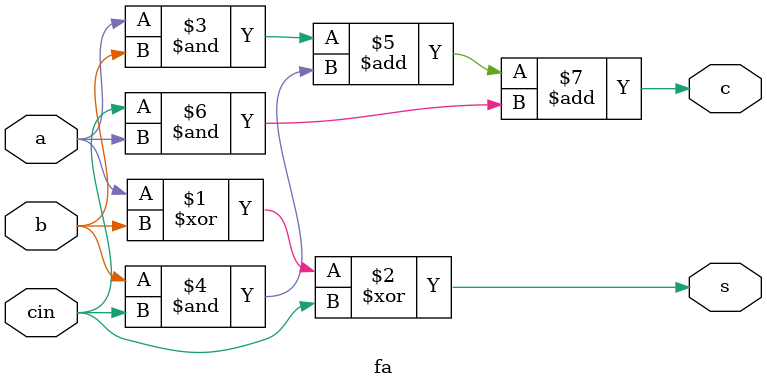
<source format=v>
`timescale 1ns / 1ps


module fa(s,c,a,b,cin);
input a,b,cin;
output s,c;

assign s=a^b^cin;
assign c=(a&b)+(b&cin)+(cin&a);
endmodule

</source>
